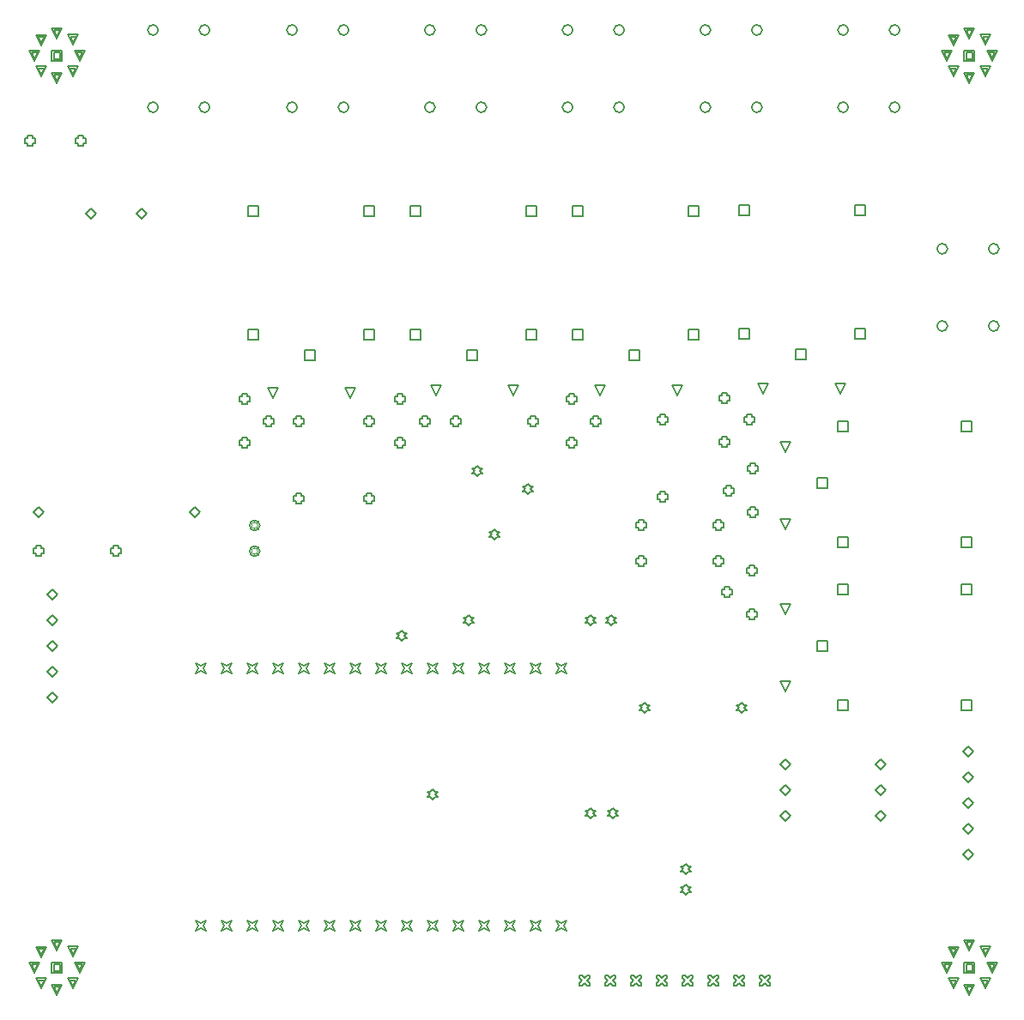
<source format=gbr>
G04*
G04 #@! TF.GenerationSoftware,Altium Limited,Altium Designer,24.3.1 (35)*
G04*
G04 Layer_Color=2752767*
%FSLAX25Y25*%
%MOIN*%
G70*
G04*
G04 #@! TF.SameCoordinates,46AF65BB-AA63-4F94-AAD3-FE113F2D5473*
G04*
G04*
G04 #@! TF.FilePolarity,Positive*
G04*
G01*
G75*
%ADD13C,0.00500*%
%ADD55C,0.00667*%
%ADD56C,0.00400*%
D13*
X213500Y134000D02*
X214500Y136000D01*
X213500Y138000D01*
X215500Y137000D01*
X217500Y138000D01*
X216500Y136000D01*
X217500Y134000D01*
X215500Y135000D01*
X213500Y134000D01*
X203500D02*
X204500Y136000D01*
X203500Y138000D01*
X205500Y137000D01*
X207500Y138000D01*
X206500Y136000D01*
X207500Y134000D01*
X205500Y135000D01*
X203500Y134000D01*
X193500D02*
X194500Y136000D01*
X193500Y138000D01*
X195500Y137000D01*
X197500Y138000D01*
X196500Y136000D01*
X197500Y134000D01*
X195500Y135000D01*
X193500Y134000D01*
X183500D02*
X184500Y136000D01*
X183500Y138000D01*
X185500Y137000D01*
X187500Y138000D01*
X186500Y136000D01*
X187500Y134000D01*
X185500Y135000D01*
X183500Y134000D01*
X173500D02*
X174500Y136000D01*
X173500Y138000D01*
X175500Y137000D01*
X177500Y138000D01*
X176500Y136000D01*
X177500Y134000D01*
X175500Y135000D01*
X173500Y134000D01*
X163500D02*
X164500Y136000D01*
X163500Y138000D01*
X165500Y137000D01*
X167500Y138000D01*
X166500Y136000D01*
X167500Y134000D01*
X165500Y135000D01*
X163500Y134000D01*
X153500D02*
X154500Y136000D01*
X153500Y138000D01*
X155500Y137000D01*
X157500Y138000D01*
X156500Y136000D01*
X157500Y134000D01*
X155500Y135000D01*
X153500Y134000D01*
X143500D02*
X144500Y136000D01*
X143500Y138000D01*
X145500Y137000D01*
X147500Y138000D01*
X146500Y136000D01*
X147500Y134000D01*
X145500Y135000D01*
X143500Y134000D01*
X133500D02*
X134500Y136000D01*
X133500Y138000D01*
X135500Y137000D01*
X137500Y138000D01*
X136500Y136000D01*
X137500Y134000D01*
X135500Y135000D01*
X133500Y134000D01*
X123500D02*
X124500Y136000D01*
X123500Y138000D01*
X125500Y137000D01*
X127500Y138000D01*
X126500Y136000D01*
X127500Y134000D01*
X125500Y135000D01*
X123500Y134000D01*
X113500D02*
X114500Y136000D01*
X113500Y138000D01*
X115500Y137000D01*
X117500Y138000D01*
X116500Y136000D01*
X117500Y134000D01*
X115500Y135000D01*
X113500Y134000D01*
X103500D02*
X104500Y136000D01*
X103500Y138000D01*
X105500Y137000D01*
X107500Y138000D01*
X106500Y136000D01*
X107500Y134000D01*
X105500Y135000D01*
X103500Y134000D01*
X93500D02*
X94500Y136000D01*
X93500Y138000D01*
X95500Y137000D01*
X97500Y138000D01*
X96500Y136000D01*
X97500Y134000D01*
X95500Y135000D01*
X93500Y134000D01*
X83500D02*
X84500Y136000D01*
X83500Y138000D01*
X85500Y137000D01*
X87500Y138000D01*
X86500Y136000D01*
X87500Y134000D01*
X85500Y135000D01*
X83500Y134000D01*
X73500D02*
X74500Y136000D01*
X73500Y138000D01*
X75500Y137000D01*
X77500Y138000D01*
X76500Y136000D01*
X77500Y134000D01*
X75500Y135000D01*
X73500Y134000D01*
X213500Y34000D02*
X214500Y36000D01*
X213500Y38000D01*
X215500Y37000D01*
X217500Y38000D01*
X216500Y36000D01*
X217500Y34000D01*
X215500Y35000D01*
X213500Y34000D01*
X203500D02*
X204500Y36000D01*
X203500Y38000D01*
X205500Y37000D01*
X207500Y38000D01*
X206500Y36000D01*
X207500Y34000D01*
X205500Y35000D01*
X203500Y34000D01*
X193500D02*
X194500Y36000D01*
X193500Y38000D01*
X195500Y37000D01*
X197500Y38000D01*
X196500Y36000D01*
X197500Y34000D01*
X195500Y35000D01*
X193500Y34000D01*
X183500D02*
X184500Y36000D01*
X183500Y38000D01*
X185500Y37000D01*
X187500Y38000D01*
X186500Y36000D01*
X187500Y34000D01*
X185500Y35000D01*
X183500Y34000D01*
X173500D02*
X174500Y36000D01*
X173500Y38000D01*
X175500Y37000D01*
X177500Y38000D01*
X176500Y36000D01*
X177500Y34000D01*
X175500Y35000D01*
X173500Y34000D01*
X163500D02*
X164500Y36000D01*
X163500Y38000D01*
X165500Y37000D01*
X167500Y38000D01*
X166500Y36000D01*
X167500Y34000D01*
X165500Y35000D01*
X163500Y34000D01*
X153500D02*
X154500Y36000D01*
X153500Y38000D01*
X155500Y37000D01*
X157500Y38000D01*
X156500Y36000D01*
X157500Y34000D01*
X155500Y35000D01*
X153500Y34000D01*
X143500D02*
X144500Y36000D01*
X143500Y38000D01*
X145500Y37000D01*
X147500Y38000D01*
X146500Y36000D01*
X147500Y34000D01*
X145500Y35000D01*
X143500Y34000D01*
X133500D02*
X134500Y36000D01*
X133500Y38000D01*
X135500Y37000D01*
X137500Y38000D01*
X136500Y36000D01*
X137500Y34000D01*
X135500Y35000D01*
X133500Y34000D01*
X123500D02*
X124500Y36000D01*
X123500Y38000D01*
X125500Y37000D01*
X127500Y38000D01*
X126500Y36000D01*
X127500Y34000D01*
X125500Y35000D01*
X123500Y34000D01*
X113500D02*
X114500Y36000D01*
X113500Y38000D01*
X115500Y37000D01*
X117500Y38000D01*
X116500Y36000D01*
X117500Y34000D01*
X115500Y35000D01*
X113500Y34000D01*
X103500D02*
X104500Y36000D01*
X103500Y38000D01*
X105500Y37000D01*
X107500Y38000D01*
X106500Y36000D01*
X107500Y34000D01*
X105500Y35000D01*
X103500Y34000D01*
X93500D02*
X94500Y36000D01*
X93500Y38000D01*
X95500Y37000D01*
X97500Y38000D01*
X96500Y36000D01*
X97500Y34000D01*
X95500Y35000D01*
X93500Y34000D01*
X83500D02*
X84500Y36000D01*
X83500Y38000D01*
X85500Y37000D01*
X87500Y38000D01*
X86500Y36000D01*
X87500Y34000D01*
X85500Y35000D01*
X83500Y34000D01*
X73500D02*
X74500Y36000D01*
X73500Y38000D01*
X75500Y37000D01*
X77500Y38000D01*
X76500Y36000D01*
X77500Y34000D01*
X75500Y35000D01*
X73500Y34000D01*
X288500Y173000D02*
Y172000D01*
X290500D01*
Y173000D01*
X291500D01*
Y175000D01*
X290500D01*
Y176000D01*
X288500D01*
Y175000D01*
X287500D01*
Y173000D01*
X288500D01*
X279000Y164500D02*
Y163500D01*
X281000D01*
Y164500D01*
X282000D01*
Y166500D01*
X281000D01*
Y167500D01*
X279000D01*
Y166500D01*
X278000D01*
Y164500D01*
X279000D01*
X288500Y156000D02*
Y155000D01*
X290500D01*
Y156000D01*
X291500D01*
Y158000D01*
X290500D01*
Y159000D01*
X288500D01*
Y158000D01*
X287500D01*
Y156000D01*
X288500D01*
X302500Y157000D02*
X300500Y161000D01*
X304500D01*
X302500Y157000D01*
Y127000D02*
X300500Y131000D01*
X304500D01*
X302500Y127000D01*
X323000Y164500D02*
Y168500D01*
X327000D01*
Y164500D01*
X323000D01*
Y119500D02*
Y123500D01*
X327000D01*
Y119500D01*
X323000D01*
X315000Y142500D02*
Y146500D01*
X319000D01*
Y142500D01*
X315000D01*
X371000Y164500D02*
Y168500D01*
X375000D01*
Y164500D01*
X371000D01*
Y119500D02*
Y123500D01*
X375000D01*
Y119500D01*
X371000D01*
X275500Y176500D02*
Y175500D01*
X277500D01*
Y176500D01*
X278500D01*
Y178500D01*
X277500D01*
Y179500D01*
X275500D01*
Y178500D01*
X274500D01*
Y176500D01*
X275500D01*
X245500D02*
Y175500D01*
X247500D01*
Y176500D01*
X248500D01*
Y178500D01*
X247500D01*
Y179500D01*
X245500D01*
Y178500D01*
X244500D01*
Y176500D01*
X245500D01*
X91500Y239500D02*
Y238500D01*
X93500D01*
Y239500D01*
X94500D01*
Y241500D01*
X93500D01*
Y242500D01*
X91500D01*
Y241500D01*
X90500D01*
Y239500D01*
X91500D01*
X101000Y231000D02*
Y230000D01*
X103000D01*
Y231000D01*
X104000D01*
Y233000D01*
X103000D01*
Y234000D01*
X101000D01*
Y233000D01*
X100000D01*
Y231000D01*
X101000D01*
X91500Y222500D02*
Y221500D01*
X93500D01*
Y222500D01*
X94500D01*
Y224500D01*
X93500D01*
Y225500D01*
X91500D01*
Y224500D01*
X90500D01*
Y222500D01*
X91500D01*
X133500Y241000D02*
X131500Y245000D01*
X135500D01*
X133500Y241000D01*
X103500D02*
X101500Y245000D01*
X105500D01*
X103500Y241000D01*
X112500Y201000D02*
Y200000D01*
X114500D01*
Y201000D01*
X115500D01*
Y203000D01*
X114500D01*
Y204000D01*
X112500D01*
Y203000D01*
X111500D01*
Y201000D01*
X112500D01*
Y231000D02*
Y230000D01*
X114500D01*
Y231000D01*
X115500D01*
Y233000D01*
X114500D01*
Y234000D01*
X112500D01*
Y233000D01*
X111500D01*
Y231000D01*
X112500D01*
X152000Y239500D02*
Y238500D01*
X154000D01*
Y239500D01*
X155000D01*
Y241500D01*
X154000D01*
Y242500D01*
X152000D01*
Y241500D01*
X151000D01*
Y239500D01*
X152000D01*
X161500Y231000D02*
Y230000D01*
X163500D01*
Y231000D01*
X164500D01*
Y233000D01*
X163500D01*
Y234000D01*
X161500D01*
Y233000D01*
X160500D01*
Y231000D01*
X161500D01*
X152000Y222500D02*
Y221500D01*
X154000D01*
Y222500D01*
X155000D01*
Y224500D01*
X154000D01*
Y225500D01*
X152000D01*
Y224500D01*
X151000D01*
Y222500D01*
X152000D01*
X140000Y201000D02*
Y200000D01*
X142000D01*
Y201000D01*
X143000D01*
Y203000D01*
X142000D01*
Y204000D01*
X140000D01*
Y203000D01*
X139000D01*
Y201000D01*
X140000D01*
Y231000D02*
Y230000D01*
X142000D01*
Y231000D01*
X143000D01*
Y233000D01*
X142000D01*
Y234000D01*
X140000D01*
Y233000D01*
X139000D01*
Y231000D01*
X140000D01*
X197000Y242000D02*
X195000Y246000D01*
X199000D01*
X197000Y242000D01*
X167000D02*
X165000Y246000D01*
X169000D01*
X167000Y242000D01*
X173500Y231000D02*
Y230000D01*
X175500D01*
Y231000D01*
X176500D01*
Y233000D01*
X175500D01*
Y234000D01*
X173500D01*
Y233000D01*
X172500D01*
Y231000D01*
X173500D01*
X203500D02*
Y230000D01*
X205500D01*
Y231000D01*
X206500D01*
Y233000D01*
X205500D01*
Y234000D01*
X203500D01*
Y233000D01*
X202500D01*
Y231000D01*
X203500D01*
X218500Y239500D02*
Y238500D01*
X220500D01*
Y239500D01*
X221500D01*
Y241500D01*
X220500D01*
Y242500D01*
X218500D01*
Y241500D01*
X217500D01*
Y239500D01*
X218500D01*
X228000Y231000D02*
Y230000D01*
X230000D01*
Y231000D01*
X231000D01*
Y233000D01*
X230000D01*
Y234000D01*
X228000D01*
Y233000D01*
X227000D01*
Y231000D01*
X228000D01*
X218500Y222500D02*
Y221500D01*
X220500D01*
Y222500D01*
X221500D01*
Y224500D01*
X220500D01*
Y225500D01*
X218500D01*
Y224500D01*
X217500D01*
Y222500D01*
X218500D01*
X260500Y242000D02*
X258500Y246000D01*
X262500D01*
X260500Y242000D01*
X230500D02*
X228500Y246000D01*
X232500D01*
X230500Y242000D01*
X254000Y201500D02*
Y200500D01*
X256000D01*
Y201500D01*
X257000D01*
Y203500D01*
X256000D01*
Y204500D01*
X254000D01*
Y203500D01*
X253000D01*
Y201500D01*
X254000D01*
Y231500D02*
Y230500D01*
X256000D01*
Y231500D01*
X257000D01*
Y233500D01*
X256000D01*
Y234500D01*
X254000D01*
Y233500D01*
X253000D01*
Y231500D01*
X254000D01*
X278000Y240000D02*
Y239000D01*
X280000D01*
Y240000D01*
X281000D01*
Y242000D01*
X280000D01*
Y243000D01*
X278000D01*
Y242000D01*
X277000D01*
Y240000D01*
X278000D01*
X287500Y231500D02*
Y230500D01*
X289500D01*
Y231500D01*
X290500D01*
Y233500D01*
X289500D01*
Y234500D01*
X287500D01*
Y233500D01*
X286500D01*
Y231500D01*
X287500D01*
X278000Y223000D02*
Y222000D01*
X280000D01*
Y223000D01*
X281000D01*
Y225000D01*
X280000D01*
Y226000D01*
X278000D01*
Y225000D01*
X277000D01*
Y223000D01*
X278000D01*
X324000Y242500D02*
X322000Y246500D01*
X326000D01*
X324000Y242500D01*
X294000D02*
X292000Y246500D01*
X296000D01*
X294000Y242500D01*
X245500Y190500D02*
Y189500D01*
X247500D01*
Y190500D01*
X248500D01*
Y192500D01*
X247500D01*
Y193500D01*
X245500D01*
Y192500D01*
X244500D01*
Y190500D01*
X245500D01*
X275500D02*
Y189500D01*
X277500D01*
Y190500D01*
X278500D01*
Y192500D01*
X277500D01*
Y193500D01*
X275500D01*
Y192500D01*
X274500D01*
Y190500D01*
X275500D01*
X302500Y190000D02*
X300500Y194000D01*
X304500D01*
X302500Y190000D01*
Y220000D02*
X300500Y224000D01*
X304500D01*
X302500Y220000D01*
X289000Y195500D02*
Y194500D01*
X291000D01*
Y195500D01*
X292000D01*
Y197500D01*
X291000D01*
Y198500D01*
X289000D01*
Y197500D01*
X288000D01*
Y195500D01*
X289000D01*
X279500Y204000D02*
Y203000D01*
X281500D01*
Y204000D01*
X282500D01*
Y206000D01*
X281500D01*
Y207000D01*
X279500D01*
Y206000D01*
X278500D01*
Y204000D01*
X279500D01*
X289000Y212500D02*
Y211500D01*
X291000D01*
Y212500D01*
X292000D01*
Y214500D01*
X291000D01*
Y215500D01*
X289000D01*
Y214500D01*
X288000D01*
Y212500D01*
X289000D01*
X371000Y183000D02*
Y187000D01*
X375000D01*
Y183000D01*
X371000D01*
Y228000D02*
Y232000D01*
X375000D01*
Y228000D01*
X371000D01*
X315000Y206000D02*
Y210000D01*
X319000D01*
Y206000D01*
X315000D01*
X323000Y183000D02*
Y187000D01*
X327000D01*
Y183000D01*
X323000D01*
Y228000D02*
Y232000D01*
X327000D01*
Y228000D01*
X323000D01*
X371500Y73500D02*
X373500Y75500D01*
X375500Y73500D01*
X373500Y71500D01*
X371500Y73500D01*
Y63500D02*
X373500Y65500D01*
X375500Y63500D01*
X373500Y61500D01*
X371500Y63500D01*
Y83500D02*
X373500Y85500D01*
X375500Y83500D01*
X373500Y81500D01*
X371500Y83500D01*
Y93500D02*
X373500Y95500D01*
X375500Y93500D01*
X373500Y91500D01*
X371500Y93500D01*
Y103500D02*
X373500Y105500D01*
X375500Y103500D01*
X373500Y101500D01*
X371500Y103500D01*
X337500Y78500D02*
X339500Y80500D01*
X341500Y78500D01*
X339500Y76500D01*
X337500Y78500D01*
Y88500D02*
X339500Y90500D01*
X341500Y88500D01*
X339500Y86500D01*
X337500Y88500D01*
Y98500D02*
X339500Y100500D01*
X341500Y98500D01*
X339500Y96500D01*
X337500Y98500D01*
X300500Y78500D02*
X302500Y80500D01*
X304500Y78500D01*
X302500Y76500D01*
X300500Y78500D01*
Y88500D02*
X302500Y90500D01*
X304500Y88500D01*
X302500Y86500D01*
X300500Y88500D01*
Y98500D02*
X302500Y100500D01*
X304500Y98500D01*
X302500Y96500D01*
X300500Y98500D01*
X262500Y12500D02*
X263500D01*
X264500Y13500D01*
X265500Y12500D01*
X266500D01*
Y13500D01*
X265500Y14500D01*
X266500Y15500D01*
Y16500D01*
X265500D01*
X264500Y15500D01*
X263500Y16500D01*
X262500D01*
Y15500D01*
X263500Y14500D01*
X262500Y13500D01*
Y12500D01*
X222500D02*
X223500D01*
X224500Y13500D01*
X225500Y12500D01*
X226500D01*
Y13500D01*
X225500Y14500D01*
X226500Y15500D01*
Y16500D01*
X225500D01*
X224500Y15500D01*
X223500Y16500D01*
X222500D01*
Y15500D01*
X223500Y14500D01*
X222500Y13500D01*
Y12500D01*
X232500D02*
X233500D01*
X234500Y13500D01*
X235500Y12500D01*
X236500D01*
Y13500D01*
X235500Y14500D01*
X236500Y15500D01*
Y16500D01*
X235500D01*
X234500Y15500D01*
X233500Y16500D01*
X232500D01*
Y15500D01*
X233500Y14500D01*
X232500Y13500D01*
Y12500D01*
X242500D02*
X243500D01*
X244500Y13500D01*
X245500Y12500D01*
X246500D01*
Y13500D01*
X245500Y14500D01*
X246500Y15500D01*
Y16500D01*
X245500D01*
X244500Y15500D01*
X243500Y16500D01*
X242500D01*
Y15500D01*
X243500Y14500D01*
X242500Y13500D01*
Y12500D01*
X252500D02*
X253500D01*
X254500Y13500D01*
X255500Y12500D01*
X256500D01*
Y13500D01*
X255500Y14500D01*
X256500Y15500D01*
Y16500D01*
X255500D01*
X254500Y15500D01*
X253500Y16500D01*
X252500D01*
Y15500D01*
X253500Y14500D01*
X252500Y13500D01*
Y12500D01*
X282500D02*
X283500D01*
X284500Y13500D01*
X285500Y12500D01*
X286500D01*
Y13500D01*
X285500Y14500D01*
X286500Y15500D01*
Y16500D01*
X285500D01*
X284500Y15500D01*
X283500Y16500D01*
X282500D01*
Y15500D01*
X283500Y14500D01*
X282500Y13500D01*
Y12500D01*
X272500D02*
X273500D01*
X274500Y13500D01*
X275500Y12500D01*
X276500D01*
Y13500D01*
X275500Y14500D01*
X276500Y15500D01*
Y16500D01*
X275500D01*
X274500Y15500D01*
X273500Y16500D01*
X272500D01*
Y15500D01*
X273500Y14500D01*
X272500Y13500D01*
Y12500D01*
X292500D02*
X293500D01*
X294500Y13500D01*
X295500Y12500D01*
X296500D01*
Y13500D01*
X295500Y14500D01*
X296500Y15500D01*
Y16500D01*
X295500D01*
X294500Y15500D01*
X293500Y16500D01*
X292500D01*
Y15500D01*
X293500Y14500D01*
X292500Y13500D01*
Y12500D01*
X16000Y154500D02*
X18000Y156500D01*
X20000Y154500D01*
X18000Y152500D01*
X16000Y154500D01*
Y164500D02*
X18000Y166500D01*
X20000Y164500D01*
X18000Y162500D01*
X16000Y164500D01*
Y144500D02*
X18000Y146500D01*
X20000Y144500D01*
X18000Y142500D01*
X16000Y144500D01*
Y134500D02*
X18000Y136500D01*
X20000Y134500D01*
X18000Y132500D01*
X16000Y134500D01*
Y124500D02*
X18000Y126500D01*
X20000Y124500D01*
X18000Y122500D01*
X16000Y124500D01*
X139000Y311500D02*
Y315500D01*
X143000D01*
Y311500D01*
X139000D01*
X94000D02*
Y315500D01*
X98000D01*
Y311500D01*
X94000D01*
X116000Y255500D02*
Y259500D01*
X120000D01*
Y255500D01*
X116000D01*
X139000Y263500D02*
Y267500D01*
X143000D01*
Y263500D01*
X139000D01*
X94000D02*
Y267500D01*
X98000D01*
Y263500D01*
X94000D01*
X202000Y311500D02*
Y315500D01*
X206000D01*
Y311500D01*
X202000D01*
X157000D02*
Y315500D01*
X161000D01*
Y311500D01*
X157000D01*
X179000Y255500D02*
Y259500D01*
X183000D01*
Y255500D01*
X179000D01*
X202000Y263500D02*
Y267500D01*
X206000D01*
Y263500D01*
X202000D01*
X157000D02*
Y267500D01*
X161000D01*
Y263500D01*
X157000D01*
X265000Y311500D02*
Y315500D01*
X269000D01*
Y311500D01*
X265000D01*
X220000D02*
Y315500D01*
X224000D01*
Y311500D01*
X220000D01*
X242000Y255500D02*
Y259500D01*
X246000D01*
Y255500D01*
X242000D01*
X265000Y263500D02*
Y267500D01*
X269000D01*
Y263500D01*
X265000D01*
X220000D02*
Y267500D01*
X224000D01*
Y263500D01*
X220000D01*
X329500Y312000D02*
Y316000D01*
X333500D01*
Y312000D01*
X329500D01*
X284500D02*
Y316000D01*
X288500D01*
Y312000D01*
X284500D01*
X306500Y256000D02*
Y260000D01*
X310500D01*
Y256000D01*
X306500D01*
X329500Y264000D02*
Y268000D01*
X333500D01*
Y264000D01*
X329500D01*
X284500D02*
Y268000D01*
X288500D01*
Y264000D01*
X284500D01*
X10528Y196752D02*
X12528Y198752D01*
X14528Y196752D01*
X12528Y194752D01*
X10528Y196752D01*
X71157D02*
X73157Y198752D01*
X75157Y196752D01*
X73157Y194752D01*
X71157Y196752D01*
X31000Y312500D02*
X33000Y314500D01*
X35000Y312500D01*
X33000Y310500D01*
X31000Y312500D01*
X50685D02*
X52685Y314500D01*
X54685Y312500D01*
X52685Y310500D01*
X50685Y312500D01*
X11500Y180500D02*
Y179500D01*
X13500D01*
Y180500D01*
X14500D01*
Y182500D01*
X13500D01*
Y183500D01*
X11500D01*
Y182500D01*
X10500D01*
Y180500D01*
X11500D01*
X41500D02*
Y179500D01*
X43500D01*
Y180500D01*
X44500D01*
Y182500D01*
X43500D01*
Y183500D01*
X41500D01*
Y182500D01*
X40500D01*
Y180500D01*
X41500D01*
X8315Y340000D02*
Y339000D01*
X10315D01*
Y340000D01*
X11315D01*
Y342000D01*
X10315D01*
Y343000D01*
X8315D01*
Y342000D01*
X7315D01*
Y340000D01*
X8315D01*
X28000D02*
Y339000D01*
X30000D01*
Y340000D01*
X31000D01*
Y342000D01*
X30000D01*
Y343000D01*
X28000D01*
Y342000D01*
X27000D01*
Y340000D01*
X28000D01*
X17685Y17685D02*
Y21685D01*
X21685D01*
Y17685D01*
X17685D01*
X18485Y18485D02*
Y20885D01*
X20885D01*
Y18485D01*
X18485D01*
X17685Y372016D02*
Y376016D01*
X21685D01*
Y372016D01*
X17685D01*
X18485Y372816D02*
Y375216D01*
X20885D01*
Y372816D01*
X18485D01*
X372016Y372016D02*
Y376016D01*
X376016D01*
Y372016D01*
X372016D01*
X372816Y372816D02*
Y375216D01*
X375216D01*
Y372816D01*
X372816D01*
X372016Y17685D02*
Y21685D01*
X376016D01*
Y17685D01*
X372016D01*
X372816Y18485D02*
Y20885D01*
X375216D01*
Y18485D01*
X372816D01*
X165500Y85000D02*
X166500Y86000D01*
X167500D01*
X166500Y87000D01*
X167500Y88000D01*
X166500D01*
X165500Y89000D01*
X164500Y88000D01*
X163500D01*
X164500Y87000D01*
X163500Y86000D01*
X164500D01*
X165500Y85000D01*
X264000Y56000D02*
X265000Y57000D01*
X266000D01*
X265000Y58000D01*
X266000Y59000D01*
X265000D01*
X264000Y60000D01*
X263000Y59000D01*
X262000D01*
X263000Y58000D01*
X262000Y57000D01*
X263000D01*
X264000Y56000D01*
Y48000D02*
X265000Y49000D01*
X266000D01*
X265000Y50000D01*
X266000Y51000D01*
X265000D01*
X264000Y52000D01*
X263000Y51000D01*
X262000D01*
X263000Y50000D01*
X262000Y49000D01*
X263000D01*
X264000Y48000D01*
X285500Y118500D02*
X286500Y119500D01*
X287500D01*
X286500Y120500D01*
X287500Y121500D01*
X286500D01*
X285500Y122500D01*
X284500Y121500D01*
X283500D01*
X284500Y120500D01*
X283500Y119500D01*
X284500D01*
X285500Y118500D01*
X248000D02*
X249000Y119500D01*
X250000D01*
X249000Y120500D01*
X250000Y121500D01*
X249000D01*
X248000Y122500D01*
X247000Y121500D01*
X246000D01*
X247000Y120500D01*
X246000Y119500D01*
X247000D01*
X248000Y118500D01*
X235500Y77500D02*
X236500Y78500D01*
X237500D01*
X236500Y79500D01*
X237500Y80500D01*
X236500D01*
X235500Y81500D01*
X234500Y80500D01*
X233500D01*
X234500Y79500D01*
X233500Y78500D01*
X234500D01*
X235500Y77500D01*
X227000D02*
X228000Y78500D01*
X229000D01*
X228000Y79500D01*
X229000Y80500D01*
X228000D01*
X227000Y81500D01*
X226000Y80500D01*
X225000D01*
X226000Y79500D01*
X225000Y78500D01*
X226000D01*
X227000Y77500D01*
X235000Y152500D02*
X236000Y153500D01*
X237000D01*
X236000Y154500D01*
X237000Y155500D01*
X236000D01*
X235000Y156500D01*
X234000Y155500D01*
X233000D01*
X234000Y154500D01*
X233000Y153500D01*
X234000D01*
X235000Y152500D01*
X227000D02*
X228000Y153500D01*
X229000D01*
X228000Y154500D01*
X229000Y155500D01*
X228000D01*
X227000Y156500D01*
X226000Y155500D01*
X225000D01*
X226000Y154500D01*
X225000Y153500D01*
X226000D01*
X227000Y152500D01*
X189500Y186000D02*
X190500Y187000D01*
X191500D01*
X190500Y188000D01*
X191500Y189000D01*
X190500D01*
X189500Y190000D01*
X188500Y189000D01*
X187500D01*
X188500Y188000D01*
X187500Y187000D01*
X188500D01*
X189500Y186000D01*
X183000Y210500D02*
X184000Y211500D01*
X185000D01*
X184000Y212500D01*
X185000Y213500D01*
X184000D01*
X183000Y214500D01*
X182000Y213500D01*
X181000D01*
X182000Y212500D01*
X181000Y211500D01*
X182000D01*
X183000Y210500D01*
X153500Y146500D02*
X154500Y147500D01*
X155500D01*
X154500Y148500D01*
X155500Y149500D01*
X154500D01*
X153500Y150500D01*
X152500Y149500D01*
X151500D01*
X152500Y148500D01*
X151500Y147500D01*
X152500D01*
X153500Y146500D01*
X179500Y152750D02*
X180500Y153750D01*
X181500D01*
X180500Y154750D01*
X181500Y155750D01*
X180500D01*
X179500Y156750D01*
X178500Y155750D01*
X177500D01*
X178500Y154750D01*
X177500Y153750D01*
X178500D01*
X179500Y152750D01*
X202500Y203800D02*
X203500Y204800D01*
X204500D01*
X203500Y205800D01*
X204500Y206800D01*
X203500D01*
X202500Y207800D01*
X201500Y206800D01*
X200500D01*
X201500Y205800D01*
X200500Y204800D01*
X201500D01*
X202500Y203800D01*
X25810Y11560D02*
X23810Y15560D01*
X27810D01*
X25810Y11560D01*
Y12360D02*
X24610Y14760D01*
X27010D01*
X25810Y12360D01*
X13560Y11560D02*
X11560Y15560D01*
X15560D01*
X13560Y11560D01*
Y12360D02*
X12360Y14760D01*
X14760D01*
X13560Y12360D01*
X11024Y17685D02*
X9024Y21685D01*
X13024D01*
X11024Y17685D01*
Y18485D02*
X9824Y20885D01*
X12224D01*
X11024Y18485D01*
X13560Y23810D02*
X11560Y27810D01*
X15560D01*
X13560Y23810D01*
Y24610D02*
X12360Y27010D01*
X14760D01*
X13560Y24610D01*
X26006Y23908D02*
X24006Y27908D01*
X28006D01*
X26006Y23908D01*
Y24708D02*
X24806Y27108D01*
X27206D01*
X26006Y24708D01*
X28543Y17783D02*
X26543Y21783D01*
X30543D01*
X28543Y17783D01*
Y18583D02*
X27343Y20983D01*
X29743D01*
X28543Y18583D01*
X19685Y9024D02*
X17685Y13024D01*
X21685D01*
X19685Y9024D01*
Y9824D02*
X18485Y12224D01*
X20885D01*
X19685Y9824D01*
Y26346D02*
X17685Y30346D01*
X21685D01*
X19685Y26346D01*
Y27146D02*
X18485Y29546D01*
X20885D01*
X19685Y27146D01*
X25810Y365891D02*
X23810Y369891D01*
X27810D01*
X25810Y365891D01*
Y366691D02*
X24610Y369091D01*
X27010D01*
X25810Y366691D01*
X13560Y365891D02*
X11560Y369891D01*
X15560D01*
X13560Y365891D01*
Y366691D02*
X12360Y369091D01*
X14760D01*
X13560Y366691D01*
X11024Y372016D02*
X9024Y376016D01*
X13024D01*
X11024Y372016D01*
Y372816D02*
X9824Y375216D01*
X12224D01*
X11024Y372816D01*
X13560Y378140D02*
X11560Y382140D01*
X15560D01*
X13560Y378140D01*
Y378940D02*
X12360Y381340D01*
X14760D01*
X13560Y378940D01*
X26006Y378239D02*
X24006Y382239D01*
X28006D01*
X26006Y378239D01*
Y379039D02*
X24806Y381439D01*
X27206D01*
X26006Y379039D01*
X28543Y372114D02*
X26543Y376114D01*
X30543D01*
X28543Y372114D01*
Y372914D02*
X27343Y375314D01*
X29743D01*
X28543Y372914D01*
X19685Y363354D02*
X17685Y367354D01*
X21685D01*
X19685Y363354D01*
Y364154D02*
X18485Y366554D01*
X20885D01*
X19685Y364154D01*
Y380677D02*
X17685Y384677D01*
X21685D01*
X19685Y380677D01*
Y381477D02*
X18485Y383877D01*
X20885D01*
X19685Y381477D01*
X380140Y365891D02*
X378140Y369891D01*
X382140D01*
X380140Y365891D01*
Y366691D02*
X378940Y369091D01*
X381340D01*
X380140Y366691D01*
X367891Y365891D02*
X365891Y369891D01*
X369891D01*
X367891Y365891D01*
Y366691D02*
X366691Y369091D01*
X369091D01*
X367891Y366691D01*
X365354Y372016D02*
X363354Y376016D01*
X367354D01*
X365354Y372016D01*
Y372816D02*
X364154Y375216D01*
X366554D01*
X365354Y372816D01*
X367891Y378140D02*
X365891Y382140D01*
X369891D01*
X367891Y378140D01*
Y378940D02*
X366691Y381340D01*
X369091D01*
X367891Y378940D01*
X380337Y378239D02*
X378337Y382239D01*
X382337D01*
X380337Y378239D01*
Y379039D02*
X379137Y381439D01*
X381537D01*
X380337Y379039D01*
X382874Y372114D02*
X380874Y376114D01*
X384874D01*
X382874Y372114D01*
Y372914D02*
X381674Y375314D01*
X384074D01*
X382874Y372914D01*
X374016Y363354D02*
X372016Y367354D01*
X376016D01*
X374016Y363354D01*
Y364154D02*
X372816Y366554D01*
X375216D01*
X374016Y364154D01*
Y380677D02*
X372016Y384677D01*
X376016D01*
X374016Y380677D01*
Y381477D02*
X372816Y383877D01*
X375216D01*
X374016Y381477D01*
X380140Y11560D02*
X378140Y15560D01*
X382140D01*
X380140Y11560D01*
Y12360D02*
X378940Y14760D01*
X381340D01*
X380140Y12360D01*
X367891Y11560D02*
X365891Y15560D01*
X369891D01*
X367891Y11560D01*
Y12360D02*
X366691Y14760D01*
X369091D01*
X367891Y12360D01*
X365354Y17685D02*
X363354Y21685D01*
X367354D01*
X365354Y17685D01*
Y18485D02*
X364154Y20885D01*
X366554D01*
X365354Y18485D01*
X367891Y23810D02*
X365891Y27810D01*
X369891D01*
X367891Y23810D01*
Y24610D02*
X366691Y27010D01*
X369091D01*
X367891Y24610D01*
X380337Y23908D02*
X378337Y27908D01*
X382337D01*
X380337Y23908D01*
Y24708D02*
X379137Y27108D01*
X381537D01*
X380337Y24708D01*
X382874Y17783D02*
X380874Y21783D01*
X384874D01*
X382874Y17783D01*
Y18583D02*
X381674Y20983D01*
X384074D01*
X382874Y18583D01*
X374016Y9024D02*
X372016Y13024D01*
X376016D01*
X374016Y9024D01*
Y9824D02*
X372816Y12224D01*
X375216D01*
X374016Y9824D01*
Y26346D02*
X372016Y30346D01*
X376016D01*
X374016Y26346D01*
Y27146D02*
X372816Y29546D01*
X375216D01*
X374016Y27146D01*
D55*
X385500Y299000D02*
G03*
X385500Y299000I-2000J0D01*
G01*
Y269000D02*
G03*
X385500Y269000I-2000J0D01*
G01*
X365500Y299000D02*
G03*
X365500Y299000I-2000J0D01*
G01*
Y269000D02*
G03*
X365500Y269000I-2000J0D01*
G01*
X98500Y181500D02*
G03*
X98500Y181500I-2000J0D01*
G01*
Y191500D02*
G03*
X98500Y191500I-2000J0D01*
G01*
X79000Y384000D02*
G03*
X79000Y384000I-2000J0D01*
G01*
Y354000D02*
G03*
X79000Y354000I-2000J0D01*
G01*
X59000Y384000D02*
G03*
X59000Y384000I-2000J0D01*
G01*
Y354000D02*
G03*
X59000Y354000I-2000J0D01*
G01*
X133000Y384000D02*
G03*
X133000Y384000I-2000J0D01*
G01*
Y354000D02*
G03*
X133000Y354000I-2000J0D01*
G01*
X113000Y384000D02*
G03*
X113000Y384000I-2000J0D01*
G01*
Y354000D02*
G03*
X113000Y354000I-2000J0D01*
G01*
X186500Y384000D02*
G03*
X186500Y384000I-2000J0D01*
G01*
Y354000D02*
G03*
X186500Y354000I-2000J0D01*
G01*
X166500Y384000D02*
G03*
X166500Y384000I-2000J0D01*
G01*
Y354000D02*
G03*
X166500Y354000I-2000J0D01*
G01*
X240000Y384000D02*
G03*
X240000Y384000I-2000J0D01*
G01*
Y354000D02*
G03*
X240000Y354000I-2000J0D01*
G01*
X220000Y384000D02*
G03*
X220000Y384000I-2000J0D01*
G01*
Y354000D02*
G03*
X220000Y354000I-2000J0D01*
G01*
X293500Y384000D02*
G03*
X293500Y384000I-2000J0D01*
G01*
Y354000D02*
G03*
X293500Y354000I-2000J0D01*
G01*
X273500Y384000D02*
G03*
X273500Y384000I-2000J0D01*
G01*
Y354000D02*
G03*
X273500Y354000I-2000J0D01*
G01*
X347000Y384000D02*
G03*
X347000Y384000I-2000J0D01*
G01*
Y354000D02*
G03*
X347000Y354000I-2000J0D01*
G01*
X327000Y384000D02*
G03*
X327000Y384000I-2000J0D01*
G01*
Y354000D02*
G03*
X327000Y354000I-2000J0D01*
G01*
D56*
X97700Y181500D02*
G03*
X97700Y181500I-1200J0D01*
G01*
Y191500D02*
G03*
X97700Y191500I-1200J0D01*
G01*
M02*

</source>
